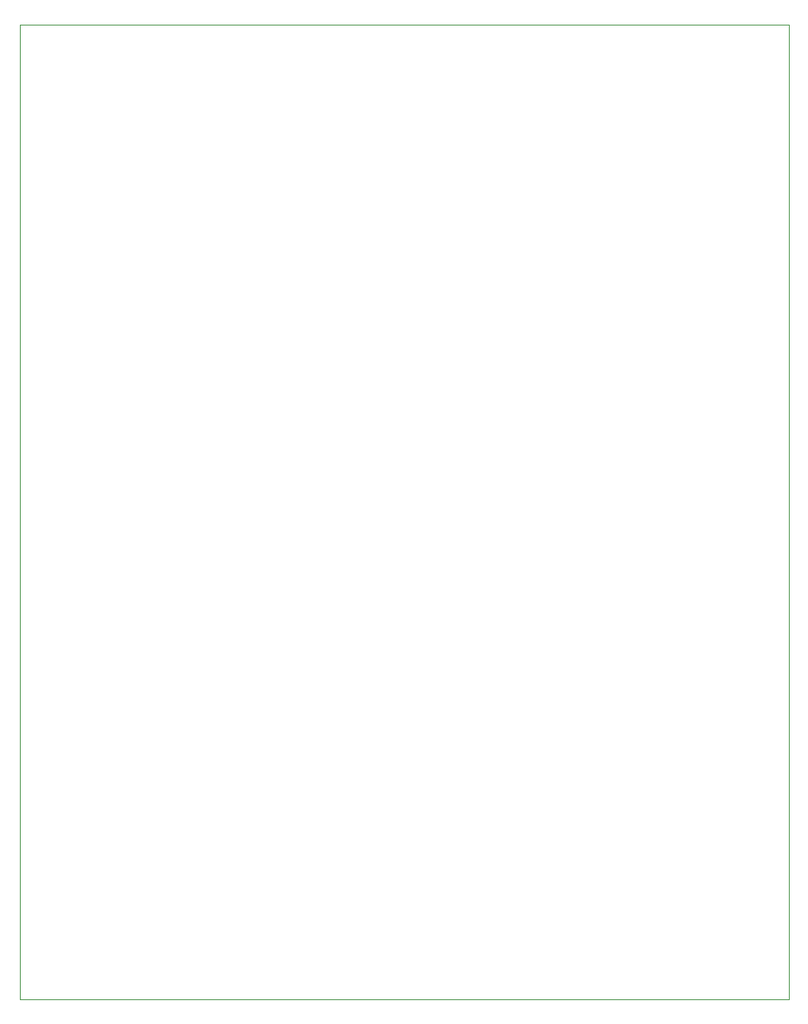
<source format=gbr>
%TF.GenerationSoftware,KiCad,Pcbnew,7.0.1*%
%TF.CreationDate,2023-05-03T13:42:06-03:00*%
%TF.ProjectId,proto,70726f74-6f2e-46b6-9963-61645f706362,rev?*%
%TF.SameCoordinates,Original*%
%TF.FileFunction,Profile,NP*%
%FSLAX46Y46*%
G04 Gerber Fmt 4.6, Leading zero omitted, Abs format (unit mm)*
G04 Created by KiCad (PCBNEW 7.0.1) date 2023-05-03 13:42:06*
%MOMM*%
%LPD*%
G01*
G04 APERTURE LIST*
%TA.AperFunction,Profile*%
%ADD10C,0.100000*%
%TD*%
G04 APERTURE END LIST*
D10*
X54610000Y-132334000D02*
X136398000Y-132334000D01*
X54610000Y-132334000D02*
X54610000Y-28702000D01*
X136398000Y-132334000D02*
X136398000Y-28702000D01*
X136398000Y-28702000D02*
X55880000Y-28702000D01*
X55880000Y-28702000D02*
X54610000Y-28702000D01*
M02*

</source>
